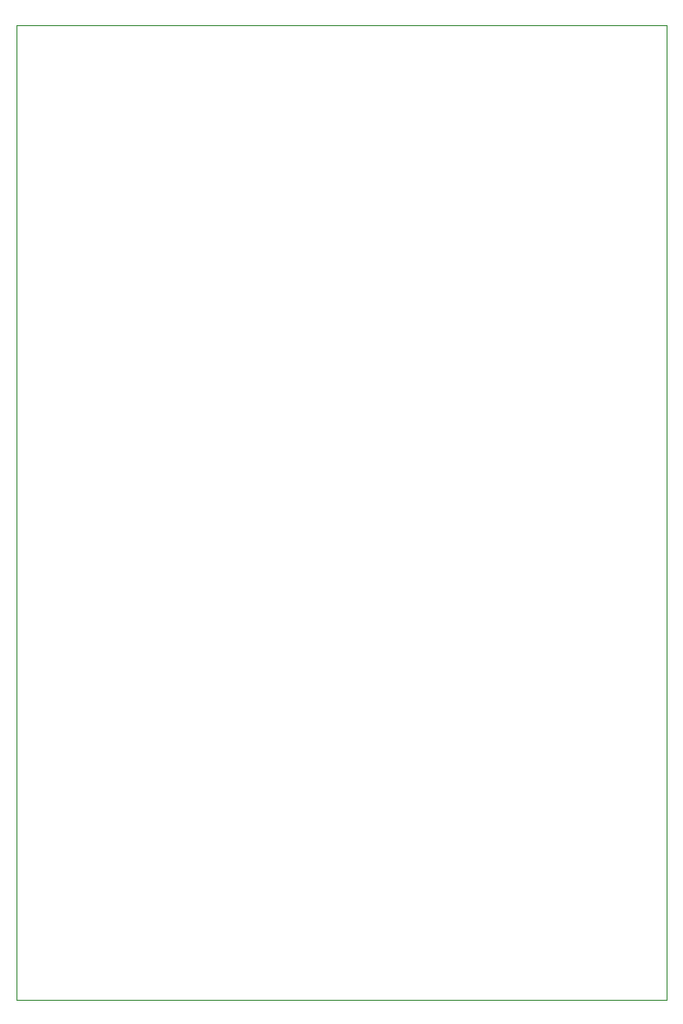
<source format=gm1>
G04 #@! TF.GenerationSoftware,KiCad,Pcbnew,9.0.4*
G04 #@! TF.CreationDate,2025-09-12T09:59:32-04:00*
G04 #@! TF.ProjectId,SBP_Routing_Board,5342505f-526f-4757-9469-6e675f426f61,rev?*
G04 #@! TF.SameCoordinates,Original*
G04 #@! TF.FileFunction,Profile,NP*
%FSLAX46Y46*%
G04 Gerber Fmt 4.6, Leading zero omitted, Abs format (unit mm)*
G04 Created by KiCad (PCBNEW 9.0.4) date 2025-09-12 09:59:32*
%MOMM*%
%LPD*%
G01*
G04 APERTURE LIST*
G04 #@! TA.AperFunction,Profile*
%ADD10C,0.050000*%
G04 #@! TD*
G04 APERTURE END LIST*
D10*
X123400000Y-145000000D02*
X123400000Y-59750000D01*
X121400000Y-59750000D02*
X68500000Y-59750000D01*
X68500000Y-59750000D02*
X66500000Y-59750000D01*
X123400000Y-145000000D02*
X66500000Y-145000000D01*
X123400000Y-59750000D02*
X121400000Y-59750000D01*
X66500000Y-59750000D02*
X66500000Y-145000000D01*
M02*

</source>
